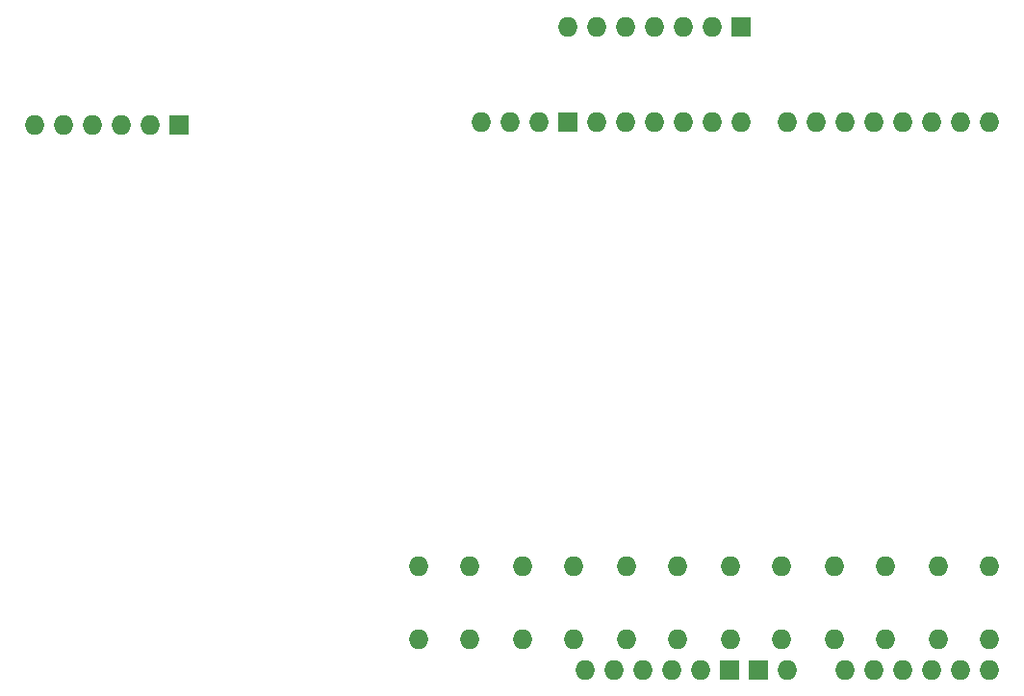
<source format=gbr>
%TF.GenerationSoftware,KiCad,Pcbnew,9.0.6*%
%TF.CreationDate,2026-02-18T16:10:23-05:00*%
%TF.ProjectId,Peripherals Board,50657269-7068-4657-9261-6c7320426f61,rev?*%
%TF.SameCoordinates,Original*%
%TF.FileFunction,Soldermask,Top*%
%TF.FilePolarity,Negative*%
%FSLAX46Y46*%
G04 Gerber Fmt 4.6, Leading zero omitted, Abs format (unit mm)*
G04 Created by KiCad (PCBNEW 9.0.6) date 2026-02-18 16:10:23*
%MOMM*%
%LPD*%
G01*
G04 APERTURE LIST*
%ADD10O,1.727200X1.727200*%
%ADD11R,1.727200X1.727200*%
G04 APERTURE END LIST*
D10*
%TO.C,*%
X130120000Y-124356000D03*
%TD*%
%TO.C,*%
X175840000Y-124356000D03*
%TD*%
%TO.C,*%
X166696000Y-117856000D03*
%TD*%
%TO.C,*%
X148408000Y-117856000D03*
%TD*%
%TO.C,*%
X150876000Y-70358000D03*
%TD*%
D11*
%TO.C,*%
X108990000Y-79040000D03*
%TD*%
D10*
%TO.C,*%
X139264000Y-124356000D03*
%TD*%
D11*
%TO.C,*%
X158496000Y-70358000D03*
%TD*%
D10*
%TO.C,*%
X153416000Y-70358000D03*
%TD*%
%TO.C,*%
X106450000Y-79040000D03*
%TD*%
%TO.C,*%
X175840000Y-117856000D03*
%TD*%
%TO.C,*%
X166696000Y-124356000D03*
%TD*%
%TO.C,*%
X134620000Y-117856000D03*
%TD*%
%TO.C,*%
X155956000Y-70358000D03*
%TD*%
%TO.C,*%
X103910000Y-79040000D03*
%TD*%
%TO.C,*%
X143256000Y-70358000D03*
%TD*%
%TO.C,*%
X148408000Y-124356000D03*
%TD*%
%TO.C,*%
X171196000Y-117856000D03*
%TD*%
%TO.C,*%
X139264000Y-117856000D03*
%TD*%
%TO.C,*%
X171196000Y-124356000D03*
%TD*%
%TO.C,*%
X180340000Y-117856000D03*
%TD*%
%TO.C,*%
X148336000Y-70358000D03*
%TD*%
%TO.C,*%
X134620000Y-124356000D03*
%TD*%
%TO.C,*%
X162052000Y-124356000D03*
%TD*%
%TO.C,*%
X130120000Y-117856000D03*
%TD*%
%TO.C,*%
X152908000Y-117856000D03*
%TD*%
%TO.C,*%
X157552000Y-117856000D03*
%TD*%
%TO.C,*%
X162052000Y-117856000D03*
%TD*%
%TO.C,*%
X101370000Y-79040000D03*
%TD*%
%TO.C,*%
X98830000Y-79040000D03*
%TD*%
%TO.C,*%
X143764000Y-117856000D03*
%TD*%
%TO.C,*%
X143764000Y-124356000D03*
%TD*%
%TO.C,*%
X157552000Y-124356000D03*
%TD*%
%TO.C,*%
X180340000Y-124356000D03*
%TD*%
%TO.C,*%
X96290000Y-79040000D03*
%TD*%
%TO.C,*%
X152908000Y-124356000D03*
%TD*%
%TO.C,*%
X145796000Y-70358000D03*
%TD*%
%TO.C, *%
X152400000Y-127000000D03*
X154940000Y-127000000D03*
X167640000Y-127000000D03*
X170180000Y-127000000D03*
X172720000Y-127000000D03*
X175260000Y-127000000D03*
X177800000Y-127000000D03*
X180340000Y-127000000D03*
X140716000Y-78740000D03*
X144780000Y-127000000D03*
X180340000Y-78740000D03*
X177800000Y-78740000D03*
X175260000Y-78740000D03*
X172720000Y-78740000D03*
X170180000Y-78740000D03*
X167640000Y-78740000D03*
X165100000Y-78740000D03*
X162560000Y-78740000D03*
X158496000Y-78740000D03*
X155956000Y-78740000D03*
X153416000Y-78740000D03*
X150876000Y-78740000D03*
X148336000Y-78740000D03*
X145796000Y-78740000D03*
D11*
X143256000Y-78740000D03*
X157480000Y-127000000D03*
X160020000Y-127000000D03*
D10*
X147320000Y-127000000D03*
X149860000Y-127000000D03*
X135636000Y-78740000D03*
X138176000Y-78740000D03*
X162560000Y-127000000D03*
%TD*%
M02*

</source>
